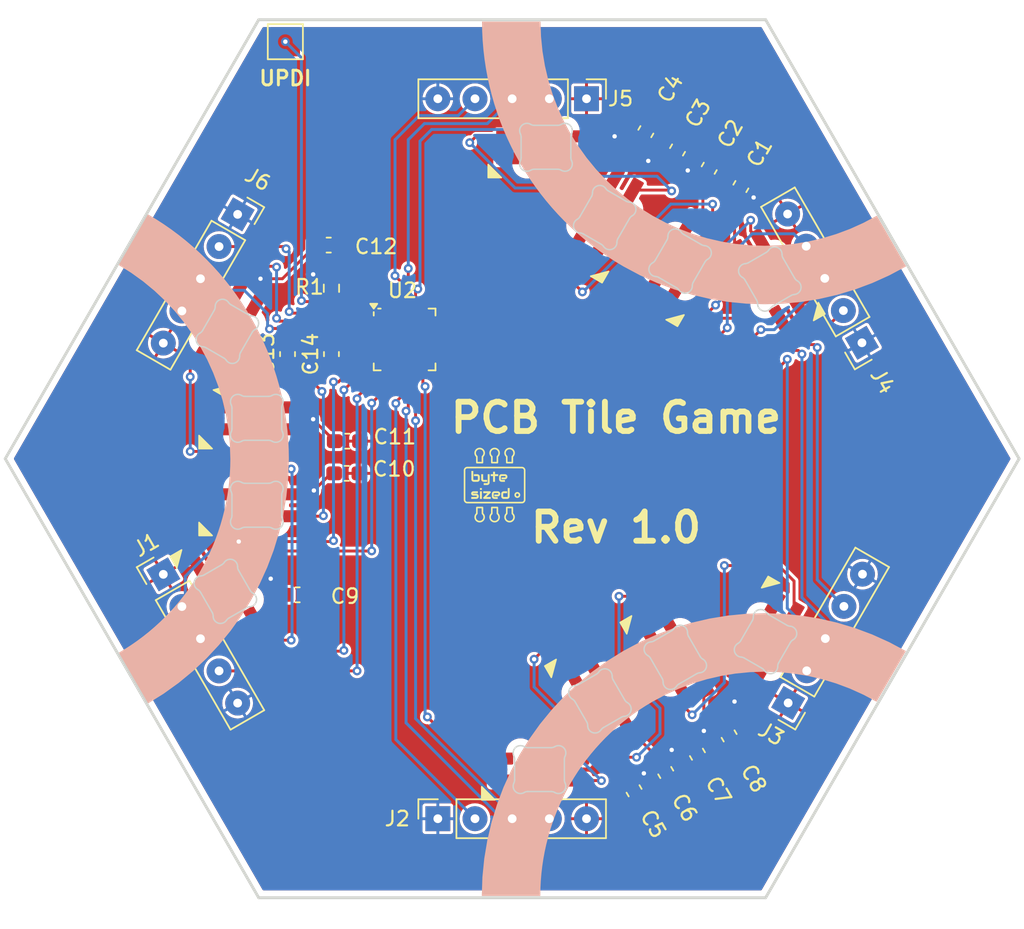
<source format=kicad_pcb>
(kicad_pcb (version 20240108) (generator "pcbnew") (generator_version "8.0")
  (title_block (title "PCB Tile Game") (rev "1.0"))
  (layers (0 "F.Cu" signal) (31 "B.Cu" signal) (34 "B.Paste" user) (35 "F.Paste" user) (36 "B.SilkS" user "B.Silkscreen") (37 "F.SilkS" user "F.Silkscreen") (38 "B.Mask" user) (39 "F.Mask" user) (44 "Edge.Cuts" user))
  (net 0 "")
  (net 1 "GND")
  (net 2 "VCC")
  (net 3 "Net-(LED1-DOUT)")
  (net 4 "Net-(LED2-DOUT)")
  (net 5 "Net-(LED3-DOUT)")
  (net 7 "Net-(LED5-DOUT)")
  (net 8 "Net-(LED6-DOUT)")
  (net 9 "/DATA_J1")
  (net 10 "/TX_J1")
  (net 11 "/RX_J1")
  (net 12 "/TX_J2")
  (net 13 "/DATA_J2")
  (net 14 "/RX_J2")
  (net 15 "/RX_J3")
  (net 16 "/DATA_J3")
  (net 17 "/TX_J3")
  (net 18 "/TX_J4")
  (net 19 "/RX_J4")
  (net 20 "/DATA_J4")
  (net 21 "/UPDI")
  (net 22 "/RX_J5")
  (net 23 "/TX_J5")
  (net 24 "/DATA_J5")
  (net 25 "Net-(LED7-DOUT)")
  (net 27 "Net-(LED10-DIN)")
  (net 28 "Net-(LED11-DOUT)")
  (net 29 "/DATA_J6")
  (net 30 "/RX_J6")
  (net 31 "/TX_J6")
  (net 32 "/LED_J1-J6")
  (net 33 "Net-(LED10-DOUT)")
  (net 35 "/LED_J4-J5")
  (net 36 "/LED_J2-J3")
  (footprint "Capacitor_SMD:C_0603_1608Metric_Pad1.08x0.95mm_HandSolder" (layer "F.Cu") (at 153.525063 60.15 -120)
    (property "Reference" "C2")
    (property "Value" "0.1uF")
  )
  (footprint "Capacitor_SMD:C_0603_1608Metric_Pad1.08x0.95mm_HandSolder" (layer "F.Cu") (at 128.7975 78.800001 180)
    (property "Reference" "C11")
    (property "Value" "0.1uF")
  )
  (footprint "Capacitor_SMD:C_0603_1608Metric_Pad1.08x0.95mm_HandSolder" (layer "F.Cu") (at 151.36 58.9 -120)
    (property "Reference" "C3")
    (property "Value" "0.1uF")
  )
  (footprint "ProjectLibrary:PinSocket_1x05_P2.54mm_Vertical" (layer "F.Cu") (at 134.98 104.6 90)
    (property "Reference" "J2")
    (property "Value" "Conn_01x05_Socket")
  )
  (footprint "Resistor_SMD:R_0603_1608Metric_Pad0.98x0.95mm_HandSolder" (layer "F.Cu") (at 127.71 68.35 -90)
    (property "Reference" "R1")
    (property "Value" "DNP")
  )
  (footprint "Capacitor_SMD:C_0603_1608Metric_Pad1.08x0.95mm_HandSolder" (layer "F.Cu") (at 154.886282 98.941674 120)
    (property "Reference" "C8")
    (property "Value" "0.1uF")
  )
  (footprint "Capacitor_SMD:C_0603_1608Metric_Pad1.08x0.95mm_HandSolder" (layer "F.Cu") (at 127.71 72.85 90)
    (property "Reference" "C14")
    (property "Value" "0.1uF")
  )
  (footprint "Capacitor_SMD:C_0603_1608Metric_Pad1.08x0.95mm_HandSolder" (layer "F.Cu") (at 150.556155 101.441674 120)
    (property "Reference" "C6")
    (property "Value" "0.1uF")
  )
  (footprint "ProjectLibrary:PinHeader_1x05_P2.54mm_Vertical" (layer "F.Cu") (at 158.92 96.689409 150)
    (property "Reference" "J3")
    (property "Value" "Conn_01x05_Pin")
  )
  (footprint "Capacitor_SMD:C_0603_1608Metric_Pad1.08x0.95mm_HandSolder" (layer "F.Cu") (at 127.5225 65.400001 180)
    (property "Reference" "C12")
    (property "Value" "0.1uF")
  )
  (footprint "Capacitor_SMD:C_0603_1608Metric_Pad1.08x0.95mm_HandSolder" (layer "F.Cu") (at 128.76 81 180)
    (property "Reference" "C10")
    (property "Value" "0.1uF")
  )
  (footprint "ProjectLibrary:PinSocket_1x05_P2.54mm_Vertical" (layer "F.Cu") (at 121.3 63.300591 -30)
    (property "Reference" "J6")
    (property "Value" "Conn_01x05_Socket")
  )
  (footprint "Capacitor_SMD:C_0603_1608Metric_Pad1.08x0.95mm_HandSolder" (layer "F.Cu") (at 148.391091 102.691674 120)
    (property "Reference" "C5")
    (property "Value" "0.1uF")
  )
  (footprint "Capacitor_SMD:C_0603_1608Metric_Pad1.08x0.95mm_HandSolder" (layer "F.Cu") (at 155.690127 61.4 -120)
    (property "Reference" "C1")
    (property "Value" "0.1uF")
  )
  (footprint "New Logo:byteSizedEngineeringLogo-6mm" (layer "F.Cu") (at 138.86 81.8)
    (property "Reference" "G***" (hide yes))
    (property "Value" "LOGO" (hide yes))
  )
  (footprint "ProjectLibrary:PinSocket_1x05_P2.54mm_Vertical" (layer "F.Cu") (at 163.963349 72.075928 -150)
    (property "Reference" "J4")
    (property "Value" "Conn_01x05_Socket")
  )
  (footprint "Capacitor_SMD:C_0603_1608Metric_Pad1.08x0.95mm_HandSolder" (layer "F.Cu") (at 152.721218 100.191674 120)
    (property "Reference" "C7")
    (property "Value" "0.1uF")
  )
  (footprint "ProjectLibrary:PinHeader_1x05_P2.54mm_Vertical" (layer "F.Cu") (at 116.22 87.900591 30)
    (property "Reference" "J1")
    (property "Value" "Conn_01x05_Pin")
  )
  (footprint "Capacitor_SMD:C_0603_1608Metric_Pad1.08x0.95mm_HandSolder" (layer "F.Cu") (at 149.194936 57.65 -120)
    (property "Reference" "C4")
    (property "Value" "0.1uF")
  )
  (footprint "ProjectLibrary:PinHeader_1x05_P2.54mm_Vertical" (layer "F.Cu") (at 145.14 55.4 -90)
    (property "Reference" "J5")
    (property "Value" "Conn_01x05_Pin")
  )
  (footprint "TestPoint:TestPoint_Pad_2.0x2.0mm" (layer "F.Cu") (at 124.56 51.5)
    (property "Reference" "TP1" (hide yes))
    (property "Value" "TestPoint")
  )
  (footprint "Package_DFN_QFN:QFN-24-1EP_4x4mm_P0.5mm_EP2.6x2.6mm" (layer "F.Cu") (at 132.71 71.85)
    (property "Reference" "U2")
    (property "Value" "ATtiny3217-M")
  )
  (footprint "Capacitor_SMD:C_0603_1608Metric_Pad1.08x0.95mm_HandSolder" (layer "F.Cu") (at 124.71 72.85 90)
    (property "Reference" "C13")
    (property "Value" "1uF")
  )
  (footprint "Capacitor_SMD:C_0603_1608Metric_Pad1.08x0.95mm_HandSolder" (layer "F.Cu") (at 125.3975 89.3 180)
    (property "Reference" "C9")
    (property "Value" "0.1uF")
  )
  (footprint "kicad-keyboard-parts:SK6812MINI-E" (layer "B.Cu") (at 151.287552 66.349292 -120)
    (property "Reference" "LED2" (hide yes))
    (property "Value" "SK6812MINI-E")
    (fp_line (start 0.794453 1.211903) (end -0.794452 1.211903) (stroke (width 0.1)) (layer "Edge.Cuts"))
    (fp_line (start 1.699999 -0.990938) (end 1.699999 0.414746) (stroke (width 0.1)) (layer "Edge.Cuts"))
    (fp_line (start -1.699999 0.414746) (end -1.699999 -0.990938) (stroke (width 0.1)) (layer "Edge.Cuts"))
    (fp_line (start -0.794453 -1.788096) (end 0.794452 -1.788097) (stroke (width 0.1)) (layer "Edge.Cuts"))
    (fp_arc (start 0.794453 1.211903) (mid 0.925123 1.22928) (end 1.046711 1.280202) (stroke (width 0.1)) (layer "Edge.Cuts"))
    (fp_arc (start 1.749484 0.631623) (mid 1.638071 1.215936) (end 1.046711 1.280202) (stroke (width 0.1)) (layer "Edge.Cuts"))
    (fp_arc (start 1.749484 0.631623) (mid 1.712509 0.525976) (end 1.699999 0.414747) (stroke (width 0.1)) (layer "Edge.Cuts"))
    (fp_arc (start -1.046711 1.280203) (mid -0.925123 1.229281) (end -0.794453 1.211904) (stroke (width 0.1)) (layer "Edge.Cuts"))
    (fp_arc (start -1.046711 1.280203) (mid -1.638071 1.215938) (end -1.749485 0.631624) (stroke (width 0.1)) (layer "Edge.Cuts"))
    (fp_arc (start 1.699999 -0.990938) (mid 1.712522 -1.102165) (end 1.749485 -1.207816) (stroke (width 0.1)) (layer "Edge.Cuts"))
    (fp_arc (start -1.699999 0.414746) (mid -1.712527 0.525972) (end -1.749485 0.631624) (stroke (width 0.1)) (layer "Edge.Cuts"))
    (fp_arc (start 1.046711 -1.856395) (mid 1.638071 -1.792133) (end 1.749484 -1.207815) (stroke (width 0.1)) (layer "Edge.Cuts"))
    (fp_arc (start 1.046711 -1.856395) (mid 0.925122 -1.805475) (end 0.794452 -1.788097) (stroke (width 0.1)) (layer "Edge.Cuts"))
    (fp_arc (start -1.749484 -1.207816) (mid -1.712527 -1.102164) (end -1.699999 -0.990939) (stroke (width 0.1)) (layer "Edge.Cuts"))
    (fp_arc (start -1.749484 -1.207816) (mid -1.638071 -1.79213) (end -1.046711 -1.856393) (stroke (width 0.1)) (layer "Edge.Cuts"))
    (fp_arc (start -0.794453 -1.788096) (mid -0.925123 -1.805473) (end -1.04671 -1.856395) (stroke (width 0.1)) (layer "Edge.Cuts"))
  )
  (footprint "kicad-keyboard-parts:SK6812MINI-E" (layer "B.Cu") (at 122.61 82.891904 180)
    (property "Reference" "LED10" (hide yes))
    (property "Value" "SK6812MINI-E")
    (fp_line (start 1.699999 -0.990938) (end 1.699999 0.414746) (stroke (width 0.1)) (layer "Edge.Cuts"))
    (fp_line (start 0.794453 1.211903) (end -0.794452 1.211903) (stroke (width 0.1)) (layer "Edge.Cuts"))
    (fp_line (start -0.794452 -1.788096) (end 0.794452 -1.788096) (stroke (width 0.1)) (layer "Edge.Cuts"))
    (fp_line (start -1.699999 0.414746) (end -1.699999 -0.990938) (stroke (width 0.1)) (layer "Edge.Cuts"))
    (fp_arc (start 1.749484 0.631624) (mid 1.712509 0.525977) (end 1.699999 0.414747) (stroke (width 0.1)) (layer "Edge.Cuts"))
    (fp_arc (start 1.749484 0.631624) (mid 1.63807 1.215936) (end 1.046711 1.280202) (stroke (width 0.1)) (layer "Edge.Cuts"))
    (fp_arc (start 1.699999 -0.990938) (mid 1.712519 -1.102166) (end 1.749484 -1.207816) (stroke (width 0.1)) (layer "Edge.Cuts"))
    (fp_arc (start 1.046711 -1.856395) (mid 1.638074 -1.79213) (end 1.749484 -1.207815) (stroke (width 0.1)) (layer "Edge.Cuts"))
    (fp_arc (start 1.046711 -1.856395) (mid 0.925123 -1.805473) (end 0.794452 -1.788096) (stroke (width 0.1)) (layer "Edge.Cuts"))
    (fp_arc (start 0.794453 1.211903) (mid 0.925123 1.22928) (end 1.046711 1.280202) (stroke (width 0.1)) (layer "Edge.Cuts"))
    (fp_arc (start -0.794452 -1.788096) (mid -0.925122 -1.805473) (end -1.04671 -1.856395) (stroke (width 0.1)) (layer "Edge.Cuts"))
    (fp_arc (start -1.046711 1.280203) (mid -0.925123 1.229281) (end -0.794453 1.211904) (stroke (width 0.1)) (layer "Edge.Cuts"))
    (fp_arc (start -1.046711 1.280203) (mid -1.638071 1.215939) (end -1.749484 0.631624) (stroke (width 0.1)) (layer "Edge.Cuts"))
    (fp_arc (start -1.699999 0.414746) (mid -1.712527 0.525972) (end -1.749484 0.631624) (stroke (width 0.1)) (layer "Edge.Cuts"))
    (fp_arc (start -1.749484 -1.207816) (mid -1.63807 -1.79213) (end -1.046711 -1.856393) (stroke (width 0.1)) (layer "Edge.Cuts"))
    (fp_arc (start -1.749484 -1.207816) (mid -1.712527 -1.102164) (end -1.699999 -0.990939) (stroke (width 0.1)) (layer "Edge.Cuts"))
  )
  (footprint "kicad-keyboard-parts:SK6812MINI-E" (layer "B.Cu") (at 157.623601 92.641419 60)
    (property "Reference" "LED8" (hide yes))
    (property "Value" "SK6812MINI-E")
    (fp_line (start -0.794453 -1.788096) (end 0.794452 -1.788094) (stroke (width 0.1)) (layer "Edge.Cuts"))
    (fp_line (start -1.7 0.414746) (end -1.699998 -0.990937) (stroke (width 0.1)) (layer "Edge.Cuts"))
    (fp_line (start 1.699998 -0.990939) (end 1.7 0.414746) (stroke (width 0.1)) (layer "Edge.Cuts"))
    (fp_line (start 0.794452 1.211902) (end -0.794452 1.211903) (stroke (width 0.1)) (layer "Edge.Cuts"))
    (fp_arc (start -0.794453 -1.788096) (mid -0.925122 -1.805474) (end -1.046709 -1.856394) (stroke (width 0.1)) (layer "Edge.Cuts"))
    (fp_arc (start -1.749485 -1.207816) (mid -1.638069 -1.792129) (end -1.046711 -1.856393) (stroke (width 0.1)) (layer "Edge.Cuts"))
    (fp_arc (start -1.749485 -1.207816) (mid -1.712526 -1.102165) (end -1.699999 -0.990939) (stroke (width 0.1)) (layer "Edge.Cuts"))
    (fp_arc (start 1.04671 -1.856396) (mid 0.925123 -1.805472) (end 0.794452 -1.788094) (stroke (width 0.1)) (layer "Edge.Cuts"))
    (fp_arc (start 1.04671 -1.856396) (mid 1.638071 -1.792134) (end 1.749484 -1.207815) (stroke (width 0.1)) (layer "Edge.Cuts"))
    (fp_arc (start -1.7 0.414746) (mid -1.712526 0.525972) (end -1.749484 0.631623) (stroke (width 0.1)) (layer "Edge.Cuts"))
    (fp_arc (start 1.699998 -0.990939) (mid 1.71252 -1.102166) (end 1.749484 -1.207817) (stroke (width 0.1)) (layer "Edge.Cuts"))
    (fp_arc (start -1.046711 1.280202) (mid -1.638072 1.215939) (end -1.749484 0.631623) (stroke (width 0.1)) (layer "Edge.Cuts"))
    (fp_arc (start -1.046711 1.280202) (mid -0.925123 1.229281) (end -0.794453 1.211904) (stroke (width 0.1)) (layer "Edge.Cuts"))
    (fp_arc (start 1.749486 0.631626) (mid 1.712533 0.525972) (end 1.699999 0.414747) (stroke (width 0.1)) (layer "Edge.Cuts"))
    (fp_arc (start 1.749486 0.631626) (mid 1.638071 1.215937) (end 1.046712 1.280204) (stroke (width 0.1)) (layer "Edge.Cuts"))
    (fp_arc (start 0.794452 1.211902) (mid 0.925124 1.229278) (end 1.046712 1.280204) (stroke (width 0.1)) (layer "Edge.Cuts"))
  )
  (footprint "kicad-keyboard-parts:SK6812MINI-E" (layer "B.Cu") (at 157.41755 67.866589 -60)
    (property "Reference" "LED1" (hide yes))
    (property "Value" "SK6812MINI-E")
    (fp_line (start -1.699999 0.414746) (end -1.699999 -0.990938) (stroke (width 0.1)) (layer "Edge.Cuts"))
    (fp_line (start 0.794453 1.211903) (end -0.794452 1.211903) (stroke (width 0.1)) (layer "Edge.Cuts"))
    (fp_line (start -0.794452 -1.788097) (end 0.794453 -1.788096) (stroke (width 0.1)) (layer "Edge.Cuts"))
    (fp_line (start 1.699999 -0.990938) (end 1.699999 0.414746) (stroke (width 0.1)) (layer "Edge.Cuts"))
    (fp_arc (start -1.046711 1.280203) (mid -0.925123 1.229281) (end -0.794453 1.211904) (stroke (width 0.1)) (layer "Edge.Cuts"))
    (fp_arc (start -1.046711 1.280203) (mid -1.638071 1.215938) (end -1.749484 0.631623) (stroke (width 0.1)) (layer "Edge.Cuts"))
    (fp_arc (start -1.699999 0.414746) (mid -1.712527 0.525971) (end -1.749484 0.631623) (stroke (width 0.1)) (layer "Edge.Cuts"))
    (fp_arc (start 0.794453 1.211903) (mid 0.925123 1.22928) (end 1.046711 1.280202) (stroke (width 0.1)) (layer "Edge.Cuts"))
    (fp_arc (start -1.749485 -1.207816) (mid -1.712527 -1.102164) (end -1.699999 -0.990939) (stroke (width 0.1)) (layer "Edge.Cuts"))
    (fp_arc (start -1.749485 -1.207816) (mid -1.63807 -1.792129) (end -1.046711 -1.856393) (stroke (width 0.1)) (layer "Edge.Cuts"))
    (fp_arc (start 1.749485 0.631624) (mid 1.63807 1.215937) (end 1.046711 1.280202) (stroke (width 0.1)) (layer "Edge.Cuts"))
    (fp_arc (start 1.749485 0.631624) (mid 1.71251 0.525976) (end 1.699999 0.414747) (stroke (width 0.1)) (layer "Edge.Cuts"))
    (fp_arc (start -0.794452 -1.788097) (mid -0.925122 -1.805474) (end -1.04671 -1.856395) (stroke (width 0.1)) (layer "Edge.Cuts"))
    (fp_arc (start 1.699999 -0.990938) (mid 1.712518 -1.102166) (end 1.749484 -1.207816) (stroke (width 0.1)) (layer "Edge.Cuts"))
    (fp_arc (start 1.046711 -1.856395) (mid 1.638074 -1.79213) (end 1.749484 -1.207815) (stroke (width 0.1)) (layer "Edge.Cuts"))
    (fp_arc (start 1.046711 -1.856395) (mid 0.925123 -1.805473) (end 0.794453 -1.788096) (stroke (width 0.1)) (layer "Edge.Cuts"))
  )
  (footprint "kicad-keyboard-parts:SK6812MINI-E" (layer "B.Cu") (at 146.1347 63.374292 -120)
    (property "Reference" "LED3" (hide yes))
    (property "Value" "SK6812MINI-E")
    (fp_line (start 0.794453 1.211903) (end -0.794452 1.211903) (stroke (width 0.1)) (layer "Edge.Cuts"))
    (fp_line (start 1.699999 -0.990938) (end 1.699999 0.414746) (stroke (width 0.1)) (layer "Edge.Cuts"))
    (fp_line (start -1.699999 0.414746) (end -1.699999 -0.990938) (stroke (width 0.1)) (layer "Edge.Cuts"))
    (fp_line (start -0.794453 -1.788096) (end 0.794452 -1.788097) (stroke (width 0.1)) (layer "Edge.Cuts"))
    (fp_arc (start 0.794453 1.211903) (mid 0.925123 1.22928) (end 1.046711 1.280202) (stroke (width 0.1)) (layer "Edge.Cuts"))
    (fp_arc (start 1.749484 0.631623) (mid 1.638071 1.215936) (end 1.046711 1.280202) (stroke (width 0.1)) (layer "Edge.Cuts"))
    (fp_arc (start 1.749484 0.631623) (mid 1.712509 0.525976) (end 1.699999 0.414747) (stroke (width 0.1)) (layer "Edge.Cuts"))
    (fp_arc (start -1.046711 1.280203) (mid -0.925123 1.229281) (end -0.794453 1.211904) (stroke (width 0.1)) (layer "Edge.Cuts"))
    (fp_arc (start -1.046711 1.280203) (mid -1.638071 1.215938) (end -1.749485 0.631624) (stroke (width 0.1)) (layer "Edge.Cuts"))
    (fp_arc (start 1.699999 -0.990938) (mid 1.712522 -1.102165) (end 1.749485 -1.207816) (stroke (width 0.1)) (layer "Edge.Cuts"))
    (fp_arc (start -1.699999 0.414746) (mid -1.712527 0.525972) (end -1.749485 0.631624) (stroke (width 0.1)) (layer "Edge.Cuts"))
    (fp_arc (start 1.046711 -1.856395) (mid 1.638071 -1.792133) (end 1.749484 -1.207815) (stroke (width 0.1)) (layer "Edge.Cuts"))
    (fp_arc (start 1.046711 -1.856395) (mid 0.925122 -1.805475) (end 0.794452 -1.788097) (stroke (width 0.1)) (layer "Edge.Cuts"))
    (fp_arc (start -1.749484 -1.207816) (mid -1.712527 -1.102164) (end -1.699999 -0.990939) (stroke (width 0.1)) (layer "Edge.Cuts"))
    (fp_arc (start -1.749484 -1.207816) (mid -1.638071 -1.79213) (end -1.046711 -1.856393) (stroke (width 0.1)) (layer "Edge.Cuts"))
    (fp_arc (start -0.794453 -1.788096) (mid -0.925123 -1.805473) (end -1.04671 -1.856395) (stroke (width 0.1)) (layer "Edge.Cuts"))
  )
  (footprint "kicad-keyboard-parts:SK6812MINI-E" (layer "B.Cu") (at 141.92715 100.954372 180)
    (property "Reference" "LED5" (hide yes))
    (property "Value" "SK6812MINI-E")
    (fp_line (start 1.699999 -0.990938) (end 1.699999 0.414746) (stroke (width 0.1)) (layer "Edge.Cuts"))
    (fp_line (start 0.794452 1.211902) (end -0.794452 1.211903) (stroke (width 0.1)) (layer "Edge.Cuts"))
    (fp_line (start -0.794453 -1.788096) (end 0.794453 -1.788096) (stroke (width 0.1)) (layer "Edge.Cuts"))
    (fp_line (start -1.7 0.414746) (end -1.699999 -0.990938) (stroke (width 0.1)) (layer "Edge.Cuts"))
    (fp_arc (start 1.749483 0.631624) (mid 1.712555 0.525966) (end 1.7 0.414748) (stroke (width 0.1)) (layer "Edge.Cuts"))
    (fp_arc (start 1.749483 0.631624) (mid 1.63807 1.215935) (end 1.046712 1.280202) (stroke (width 0.1)) (layer "Edge.Cuts"))
    (fp_arc (start 1.699999 -0.990938) (mid 1.712521 -1.102165) (end 1.749485 -1.207816) (stroke (width 0.1)) (layer "Edge.Cuts"))
    (fp_arc (start 1.046711 -1.856395) (mid 1.63807 -1.792132) (end 1.749484 -1.207815) (stroke (width 0.1)) (layer "Edge.Cuts"))
    (fp_arc (start 1.046711 -1.856395) (mid 0.925123 -1.805472) (end 0.794453 -1.788096) (stroke (width 0.1)) (layer "Edge.Cuts"))
    (fp_arc (start 0.794452 1.211902) (mid 0.925123 1.22928) (end 1.046712 1.280202) (stroke (width 0.1)) (layer "Edge.Cuts"))
    (fp_arc (start -0.794453 -1.788096) (mid -0.925123 -1.805473) (end -1.04671 -1.856395) (stroke (width 0.1)) (layer "Edge.Cuts"))
    (fp_arc (start -1.046712 1.280204) (mid -0.925124 1.229281) (end -0.794453 1.211904) (stroke (width 0.1)) (layer "Edge.Cuts"))
    (fp_arc (start -1.046712 1.280204) (mid -1.63807 1.215936) (end -1.749484 0.631623) (stroke (width 0.1)) (layer "Edge.Cuts"))
    (fp_arc (start -1.7 0.414746) (mid -1.712526 0.525972) (end -1.749484 0.631623) (stroke (width 0.1)) (layer "Edge.Cuts"))
    (fp_arc (start -1.749485 -1.207816) (mid -1.638071 -1.792129) (end -1.046712 -1.856392) (stroke (width 0.1)) (layer "Edge.Cuts"))
    (fp_arc (start -1.749485 -1.207816) (mid -1.712525 -1.102165) (end -1.699999 -0.990938) (stroke (width 0.1)) (layer "Edge.Cuts"))
  )
  (footprint "kicad-keyboard-parts:SK6812MINI-E" (layer "B.Cu") (at 120.350982 71.152618 -120)
    (property "Reference" "LED12" (hide yes))
    (property "Value" "SK6812MINI-E")
    (fp_line (start 0.794453 1.211903) (end -0.794452 1.211903) (stroke (width 0.1)) (layer "Edge.Cuts"))
    (fp_line (start 1.699999 -0.990938) (end 1.699999 0.414746) (stroke (width 0.1)) (layer "Edge.Cuts"))
    (fp_line (start -1.699999 0.414746) (end -1.699999 -0.990938) (stroke (width 0.1)) (layer "Edge.Cuts"))
    (fp_line (start -0.794453 -1.788096) (end 0.794452 -1.788097) (stroke (width 0.1)) (layer "Edge.Cuts"))
    (fp_arc (start 0.794453 1.211903) (mid 0.925123 1.22928) (end 1.046711 1.280202) (stroke (width 0.1)) (layer "Edge.Cuts"))
    (fp_arc (start 1.749484 0.631623) (mid 1.638071 1.215936) (end 1.046711 1.280202) (stroke (width 0.1)) (layer "Edge.Cuts"))
    (fp_arc (start 1.749484 0.631623) (mid 1.712509 0.525976) (end 1.699999 0.414747) (stroke (width 0.1)) (layer "Edge.Cuts"))
    (fp_arc (start -1.046711 1.280203) (mid -0.925123 1.229281) (end -0.794453 1.211904) (stroke (width 0.1)) (layer "Edge.Cuts"))
    (fp_arc (start -1.046711 1.280203) (mid -1.638071 1.215938) (end -1.749485 0.631624) (stroke (width 0.1)) (layer "Edge.Cuts"))
    (fp_arc (start 1.699999 -0.990938) (mid 1.712521 -1.102165) (end 1.749485 -1.207816) (stroke (width 0.1)) (layer "Edge.Cuts"))
    (fp_arc (start -1.699999 0.414746) (mid -1.712527 0.525972) (end -1.749485 0.631624) (stroke (width 0.1)) (layer "Edge.Cuts"))
    (fp_arc (start 1.046711 -1.856395) (mid 1.638071 -1.792133) (end 1.749484 -1.207815) (stroke (width 0.1)) (layer "Edge.Cuts"))
    (fp_arc (start 1.046711 -1.856395) (mid 0.925122 -1.805475) (end 0.794452 -1.788097) (stroke (width 0.1)) (layer "Edge.Cuts"))
    (fp_arc (start -1.749484 -1.207816) (mid -1.712527 -1.102164) (end -1.699999 -0.990939) (stroke (width 0.1)) (layer "Edge.Cuts"))
    (fp_arc (start -1.749484 -1.207816) (mid -1.638071 -1.79213) (end -1.046711 -1.856393) (stroke (width 0.1)) (layer "Edge.Cuts"))
    (fp_arc (start -0.794453 -1.788096) (mid -0.925123 -1.805473) (end -1.04671 -1.856395) (stroke (width 0.1)) (layer "Edge.Cuts"))
  )
  (footprint "kicad-keyboard-parts:SK6812MINI-E" (layer "B.Cu") (at 146.306166 96.404286 120)
    (property "Reference" "LED6" (hide yes))
    (property "Value" "SK6812MINI-E")
    (fp_line (start 1.699999 -0.990938) (end 1.699999 0.414746) (stroke (width 0.1)) (layer "Edge.Cuts"))
    (fp_line (start -0.794452 -1.788097) (end 0.794453 -1.788096) (stroke (width 0.1)) (layer "Edge.Cuts"))
    (fp_line (start 0.794453 1.211903) (end -0.794452 1.211903) (stroke (width 0.1)) (layer "Edge.Cuts"))
    (fp_line (start -1.699999 0.414746) (end -1.699999 -0.990938) (stroke (width 0.1)) (layer "Edge.Cuts"))
    (fp_arc (start 1.046711 -1.856395) (mid 0.925123 -1.805473) (end 0.794453 -1.788096) (stroke (width 0.1)) (layer "Edge.Cuts"))
    (fp_arc (start 1.046711 -1.856395) (mid 1.638074 -1.79213) (end 1.749484 -1.207815) (stroke (width 0.1)) (layer "Edge.Cuts"))
    (fp_arc (start 1.699999 -0.990938) (mid 1.712518 -1.102166) (end 1.749484 -1.207816) (stroke (width 0.1)) (layer "Edge.Cuts"))
    (fp_arc (start -0.794452 -1.788097) (mid -0.925122 -1.805474) (end -1.04671 -1.856395) (stroke (width 0.1)) (layer "Edge.Cuts"))
    (fp_arc (start 1.749485 0.631624) (mid 1.71251 0.525976) (end 1.699999 0.414747) (stroke (width 0.1)) (layer "Edge.Cuts"))
    (fp_arc (start 1.749485 0.631624) (mid 1.63807 1.215937) (end 1.046711 1.280202) (stroke (width 0.1)) (layer "Edge.Cuts"))
    (fp_arc (start -1.749485 -1.207816) (mid -1.63807 -1.792129) (end -1.046711 -1.856393) (stroke (width 0.1)) (layer "Edge.Cuts"))
    (fp_arc (start -1.749485 -1.207816) (mid -1.712527 -1.102164) (end -1.699999 -0.990939) (stroke (width 0.1)) (layer "Edge.Cuts"))
    (fp_arc (start 0.794453 1.211903) (mid 0.925123 1.22928) (end 1.046711 1.280202) (stroke (width 0.1)) (layer "Edge.Cuts"))
    (fp_arc (start -1.699999 0.414746) (mid -1.712527 0.525971) (end -1.749484 0.631623) (stroke (width 0.1)) (layer "Edge.Cuts"))
    (fp_arc (start -1.046711 1.280203) (mid -1.638071 1.215938) (end -1.749484 0.631623) (stroke (width 0.1)) (layer "Edge.Cuts"))
    (fp_arc (start -1.046711 1.280203) (mid -0.925123 1.229281) (end -0.794453 1.211904) (stroke (width 0.1)) (layer "Edge.Cuts"))
  )
  (footprint "kicad-keyboard-parts:SK6812MINI-E" (layer "B.Cu") (at 120.709979 88.919286 120)
    (property "Reference" "LED9" (hide yes))
    (property "Value" "SK6812MINI-E")
    (fp_line (start 1.699999 -0.990938) (end 1.699999 0.414746) (stroke (width 0.1)) (layer "Edge.Cuts"))
    (fp_line (start -0.794453 -1.788096) (end 0.794452 -1.788097) (stroke (width 0.1)) (layer "Edge.Cuts"))
    (fp_line (start 0.794453 1.211903) (end -0.794452 1.211903) (stroke (width 0.1)) (layer "Edge.Cuts"))
    (fp_line (start -1.699999 0.414746) (end -1.699999 -0.990938) (stroke (width 0.1)) (layer "Edge.Cuts"))
    (fp_arc (start 1.046711 -1.856395) (mid 0.925123 -1.805471) (end 0.794452 -1.788097) (stroke (width 0.1)) (layer "Edge.Cuts"))
    (fp_arc (start 1.046711 -1.856395) (mid 1.638074 -1.79213) (end 1.749484 -1.207815) (stroke (width 0.1)) (layer "Edge.Cuts"))
    (fp_arc (start 1.699999 -0.990938) (mid 1.712521 -1.102166) (end 1.749485 -1.207816) (stroke (width 0.1)) (layer "Edge.Cuts"))
    (fp_arc (start -0.794453 -1.788096) (mid -0.925123 -1.805473) (end -1.04671 -1.856395) (stroke (width 0.1)) (layer "Edge.Cuts"))
    (fp_arc (start 1.749484 0.631623) (mid 1.712509 0.525976) (end 1.699999 0.414747) (stroke (width 0.1)) (layer "Edge.Cuts"))
    (fp_arc (start 1.749484 0.631623) (mid 1.63807 1.215937) (end 1.046711 1.280202) (stroke (width 0.1)) (layer "Edge.Cuts"))
    (fp_arc (start -1.749485 -1.207816) (mid -1.63807 -1.792129) (end -1.046711 -1.856393) (stroke (width 0.1)) (layer "Edge.Cuts"))
    (fp_arc (start -1.749485 -1.207816) (mid -1.712527 -1.102164) (end -1.699999 -0.990939) (stroke (width 0.1)) (layer "Edge.Cuts"))
    (fp_arc (start 0.794453 1.211903) (mid 0.925123 1.22928) (end 1.046711 1.280202) (stroke (width 0.1)) (layer "Edge.Cuts"))
    (fp_arc (start -1.699999 0.414746) (mid -1.712525 0.525972) (end -1.749485 0.631624) (stroke (width 0.1)) (layer "Edge.Cuts"))
    (fp_arc (start -1.046711 1.280203) (mid -1.638072 1.215939) (end -1.749485 0.631624) (stroke (width 0.1)) (layer "Edge.Cuts"))
    (fp_arc (start -1.046711 1.280203) (mid -0.925123 1.229281) (end -0.794453 1.211904) (stroke (width 0.1)) (layer "Edge.Cuts"))
  )
  (footprint "kicad-keyboard-parts:SK6812MINI-E" (layer "B.Cu") (at 142.370096 58.42954 180)
    (property "Reference" "LED4" (hide yes))
    (property "Value" "SK6812MINI-E")
    (fp_line (start 1.699999 -0.990938) (end 1.699999 0.414746) (stroke (width 0.1)) (layer "Edge.Cuts"))
    (fp_line (start 0.794453 1.211903) (end -0.794452 1.211903) (stroke (width 0.1)) (layer "Edge.Cuts"))
    (fp_line (start -0.794452 -1.788096) (end 0.794452 -1.788096) (stroke (width 0.1)) (layer "Edge.Cuts"))
    (fp_line (start -1.699999 0.414746) (end -1.699999 -0.990938) (stroke (width 0.1)) (layer "Edge.Cuts"))
    (fp_arc (start 1.749484 0.631624) (mid 1.712509 0.525977) (end 1.699999 0.414747) (stroke (width 0.1)) (layer "Edge.Cuts"))
    (fp_arc (start 1.749484 0.631624) (mid 1.63807 1.215936) (end 1.046711 1.280202) (stroke (width 0.1)) (layer "Edge.Cuts"))
    (fp_arc (start 1.699999 -0.990938) (mid 1.712519 -1.102166) (end 1.749484 -1.207816) (stroke (width 0.1)) (layer "Edge.Cuts"))
    (fp_arc (start 1.046711 -1.856395) (mid 1.638074 -1.79213) (end 1.749484 -1.207815) (stroke (width 0.1)) (layer "Edge.Cuts"))
    (fp_arc (start 1.046711 -1.856395) (mid 0.925123 -1.805473) (end 0.794452 -1.788096) (stroke (width 0.1)) (layer "Edge.Cuts"))
    (fp_arc (start 0.794453 1.211903) (mid 0.925123 1.22928) (end 1.046711 1.280202) (stroke (width 0.1)) (layer "Edge.Cuts"))
    (fp_arc (start -0.794452 -1.788096) (mid -0.925122 -1.805473) (end -1.04671 -1.856395) (stroke (width 0.1)) (layer "Edge.Cuts"))
    (fp_arc (start -1.046711 1.280203) (mid -0.925123 1.229281) (end -0.794453 1.211904) (stroke (width 0.1)) (layer "Edge.Cuts"))
    (fp_arc (start -1.046711 1.280203) (mid -1.638071 1.215939) (end -1.749484 0.631624) (stroke (width 0.1)) (layer "Edge.Cuts"))
    (fp_arc (start -1.699999 0.414746) (mid -1.712527 0.525972) (end -1.749484 0.631624) (stroke (width 0.1)) (layer "Edge.Cuts"))
    (fp_arc (start -1.749484 -1.207816) (mid -1.63807 -1.79213) (end -1.046711 -1.856393) (stroke (width 0.1)) (layer "Edge.Cuts"))
    (fp_arc (start -1.749484 -1.207816) (mid -1.712527 -1.102164) (end -1.699999 -0.990939) (stroke (width 0.1)) (layer "Edge.Cuts"))
  )
  (footprint "kicad-keyboard-parts:SK6812MINI-E" (layer "B.Cu") (at 151.459018 93.429286 120)
    (property "Reference" "LED7" (hide yes))
    (property "Value" "SK6812MINI-E")
    (fp_line (start 1.699999 -0.990938) (end 1.699999 0.414746) (stroke (width 0.1)) (layer "Edge.Cuts"))
    (fp_line (start -0.794452 -1.788097) (end 0.794453 -1.788096) (stroke (width 0.1)) (layer "Edge.Cuts"))
    (fp_line (start 0.794453 1.211903) (end -0.794452 1.211903) (stroke (width 0.1)) (layer "Edge.Cuts"))
    (fp_line (start -1.699999 0.414746) (end -1.699999 -0.990938) (stroke (width 0.1)) (layer "Edge.Cuts"))
    (fp_arc (start 1.046711 -1.856395) (mid 0.925123 -1.805473) (end 0.794453 -1.788096) (stroke (width 0.1)) (layer "Edge.Cuts"))
    (fp_arc (start 1.046711 -1.856395) (mid 1.638074 -1.79213) (end 1.749484 -1.207815) (stroke (width 0.1)) (layer "Edge.Cuts"))
    (fp_arc (start 1.699999 -0.990938) (mid 1.712518 -1.102166) (end 1.749484 -1.207816) (stroke (width 0.1)) (layer "Edge.Cuts"))
    (fp_arc (start -0.794452 -1.788097) (mid -0.925122 -1.805474) (end -1.04671 -1.856395) (stroke (width 0.1)) (layer "Edge.Cuts"))
    (fp_arc (start 1.749485 0.631624) (mid 1.71251 0.525976) (end 1.699999 0.414747) (stroke (width 0.1)) (layer "Edge.Cuts"))
    (fp_arc (start 1.749485 0.631624) (mid 1.63807 1.215937) (end 1.046711 1.280202) (stroke (width 0.1)) (layer "Edge.Cuts"))
    (fp_arc (start -1.749485 -1.207816) (mid -1.63807 -1.792129) (end -1.046711 -1.856393) (stroke (width 0.1)) (layer "Edge.Cuts"))
    (fp_arc (start -1.749485 -1.207816) (mid -1.712527 -1.102164) (end -1.699999 -0.990939) (stroke (width 0.1)) (layer "Edge.Cuts"))
    (fp_arc (start 0.794453 1.211903) (mid 0.925123 1.22928) (end 1.046711 1.280202) (stroke (width 0.1)) (layer "Edge.Cuts"))
    (fp_arc (start -1.699999 0.414746) (mid -1.712527 0.525971) (end -1.749484 0.631623) (stroke (width 0.1)) (layer "Edge.Cuts"))
    (fp_arc (start -1.046711 1.280203) (mid -1.638071 1.215938) (end -1.749484 0.631623) (stroke (width 0.1)) (layer "Edge.Cuts"))
    (fp_arc (start -1.046711 1.280203) (mid -0.925123 1.229281) (end -0.794453 1.211904) (stroke (width 0.1)) (layer "Edge.Cuts"))
  )
  (footprint "kicad-keyboard-parts:SK6812MINI-E" (layer "B.Cu") (at 122.61 76.951904 180)
    (property "Reference" "LED11" (hide yes))
    (property "Value" "SK6812MINI-E")
    (fp_line (start 1.699999 -0.990938) (end 1.699999 0.414746) (stroke (width 0.1)) (layer "Edge.Cuts"))
    (fp_line (start 0.794453 1.211903) (end -0.794452 1.211903) (stroke (width 0.1)) (layer "Edge.Cuts"))
    (fp_line (start -0.794452 -1.788096) (end 0.794452 -1.788096) (stroke (width 0.1)) (layer "Edge.Cuts"))
    (fp_line (start -1.699999 0.414746) (end -1.699999 -0.990938) (stroke (width 0.1)) (layer "Edge.Cuts"))
    (fp_arc (start 1.749484 0.631624) (mid 1.712509 0.525977) (end 1.699999 0.414747) (stroke (width 0.1)) (layer "Edge.Cuts"))
    (fp_arc (start 1.749484 0.631624) (mid 1.63807 1.215936) (end 1.046711 1.280202) (stroke (width 0.1)) (layer "Edge.Cuts"))
    (fp_arc (start 1.699999 -0.990938) (mid 1.712519 -1.102166) (end 1.749484 -1.207816) (stroke (width 0.1)) (layer "Edge.Cuts"))
    (fp_arc (start 1.046711 -1.856395) (mid 1.638074 -1.79213) (end 1.749484 -1.207815) (stroke (width 0.1)) (layer "Edge.Cuts"))
    (fp_arc (start 1.046711 -1.856395) (mid 0.925123 -1.805473) (end 0.794452 -1.788096) (stroke (width 0.1)) (layer "Edge.Cuts"))
    (fp_arc (start 0.794453 1.211903) (mid 0.925123 1.22928) (end 1.046711 1.280202) (stroke (width 0.1)) (layer "Edge.Cuts"))
    (fp_arc (start -0.794452 -1.788096) (mid -0.925122 -1.805473) (end -1.04671 -1.856395) (stroke (width 0.1)) (layer "Edge.Cuts"))
    (fp_arc (start -1.046711 1.280203) (mid -0.925123 1.229281) (end -0.794453 1.211904) (stroke (width 0.1)) (layer "Edge.Cuts"))
    (fp_arc (start -1.046711 1.280203) (mid -1.638071 1.215939) (end -1.749484 0.631624) (stroke (width 0.1)) (layer "Edge.Cuts"))
    (fp_arc (start -1.699999 0.414746) (mid -1.712527 0.525972) (end -1.749484 0.631624) (stroke (width 0.1)) (layer "Edge.Cuts"))
    (fp_arc (start -1.749484 -1.207816) (mid -1.63807 -1.79213) (end -1.046711 -1.856393) (stroke (width 0.1)) (layer "Edge.Cuts"))
    (fp_arc (start -1.749484 -1.207816) (mid -1.712527 -1.102164) (end -1.699999 -0.990939) (stroke (width 0.1)) (layer "Edge.Cuts"))
  )
  (gr_poly (pts (xy 166.963401 93.142455) (xy 166.963367 93.142438) (xy 166.963401 93.142379)) (stroke (width -0.000001)) (fill solid) (layer "B.SilkS"))
  (gr_poly (pts (xy 142.032342 51.146987) (xy 142.133034 52.155709) (xy 142.2989 53.148963) (xy 142.528341 54.123978) (xy 142.819757 55.077985) (xy 143.171549 56.008213) (xy 143.582119 56.911892) (xy 144.049868 57.786252) (xy 144.573196 58.628523) (xy 145.150504 59.435936) (xy 145.780195 60.205719) (xy 146.460667 60.935103) (xy 147.190324 61.621319) (xy 147.967565 62.261595) (xy 148.790791 62.853162) (xy 149.658405 63.39325) (xy 150.559941 63.874584) (xy 151.483867 64.291738) (xy 152.426983 64.644711) (xy 153.386091 64.933505) (xy 154.357993 65.158119) (xy 155.33949 65.318555) (xy 156.327384 65.414811) (xy 157.318476 65.44689) (xy 158.309569 65.41479) (xy 159.297463 65.318513) (xy 160.278959 65.158058) (xy 161.250861 64.933427) (xy 162.209969 64.64462) (xy 163.153084 64.291637) (xy 164.077009 63.874477) (xy 164.978545 63.393143) (xy 166.979186 66.85762) (xy 165.843222 67.463989) (xy 164.678625 67.989504) (xy 163.489484 68.434164) (xy 162.27989 68.797971) (xy 161.053935 69.080925) (xy 159.815708 69.283027) (xy 158.569299 69.404278) (xy 157.3188 69.444679) (xy 156.068301 69.40423) (xy 154.821893 69.282932) (xy 153.583665 69.080786) (xy 152.357709 68.797792) (xy 151.148114 68.433952) (xy 149.958972 67.989266) (xy 148.794374 67.463736) (xy 147.658408 66.85736) (xy 147.105021 66.525443) (xy 146.565311 66.176784) (xy 146.039533 65.811825) (xy 145.527943 65.431008) (xy 145.030797 65.034776) (xy 144.548348 64.623572) (xy 144.080852 64.197838) (xy 143.628564 63.758015) (xy 143.19174 63.304547) (xy 142.770635 62.837877) (xy 142.365503 62.358445) (xy 141.976599 61.866696) (xy 141.60418 61.36307) (xy 141.2485 60.848011) (xy 140.909814 60.321961) (xy 140.588377 59.785363) (xy 140.284445 59.238658) (xy 139.998272 58.68229) (xy 139.730114 58.1167) (xy 139.480225 57.542331) (xy 139.248862 56.959625) (xy 139.036279 56.369026) (xy 138.842731 55.770974) (xy 138.668473 55.165913) (xy 138.513761 54.554285) (xy 138.378849 53.936533) (xy 138.263993 53.313098) (xy 138.169448 52.684424) (xy 138.095469 52.050952) (xy 138.042311 51.413125) (xy 138.010229 50.771386) (xy 137.999479 50.126176) (xy 137.999475 50.126176) (xy 141.998422 50.125566)) (stroke (width -0.000001)) (fill solid) (layer "B.SilkS"))
  (gr_poly (pts (xy 115.69421 63.613181) (xy 116.233931 63.961834) (xy 116.759726 64.326784) (xy 117.271338 64.707587) (xy 117.768513 65.103802) (xy 118.250995 65.514988) (xy 118.718528 65.9407) (xy 119.170856 66.380499) (xy 119.607725 66.83394) (xy 120.028878 67.300583) (xy 120.43406 67.779985) (xy 120.823016 68.271704) (xy 121.195489 68.775297) (xy 121.551225 69.290323) (xy 121.889968 69.81634) (xy 122.211461 70.352905) (xy 122.51545 70.899576) (xy 122.801679 71.455911) (xy 123.069893 72.021468) (xy 123.319835 72.595805) (xy 123.551251 73.17848) (xy 123.763884 73.76905) (xy 123.95748 74.367074) (xy 124.131782 74.972108) (xy 124.286535 75.583712) (xy 124.421483 76.201443) (xy 124.536372 76.824858) (xy 124.630944 77.453517) (xy 124.704946 78.086975) (xy 124.75812 78.724793) (xy 124.790212 79.366526) (xy 124.800966 80.011733) (xy 124.75812 81.298694) (xy 124.630944 82.57003) (xy 124.421483 83.822199) (xy 124.131782 85.051657) (xy 123.763884 86.254863) (xy 123.319835 87.428273) (xy 122.801679 88.568344) (xy 122.211461 89.671533) (xy 121.551225 90.734298) (xy 120.823016 91.753095) (xy 120.028878 92.724381) (xy 119.170856 93.644614) (xy 118.250995 94.510251) (xy 117.271338 95.317749) (xy 116.233931 96.063565) (xy 115.140819 96.744155) (xy 115.140817 96.74414) (xy 113.140815 93.279296) (xy 113.580071 93.015862) (xy 114.008432 92.739212) (xy 114.425696 92.449693) (xy 114.831665 92.14765) (xy 115.226138 91.833431) (xy 115.608915 91.507381) (xy 115.979797 91.169846) (xy 116.338583 90.821173) (xy 116.685074 90.461708) (xy 117.019069 90.091797) (xy 117.340369 89.711787) (xy 117.648774 89.322023) (xy 117.944084 88.922852) (xy 118.226098 88.51462) (xy 118.494617 88.097674) (xy 118.749442 87.672359) (xy 118.990371 87.239022) (xy 119.217206 86.798009) (xy 119.429745 86.349666) (xy 119.627791 85.894339) (xy 119.811141 85.432375) (xy 119.979597 84.964121) (xy 120.132958 84.489921) (xy 120.271025 84.010123) (xy 120.393597 83.525072) (xy 120.500475 83.035115) (xy 120.591459 82.540598) (xy 120.666349 82.041868) (xy 120.724944 81.53927) (xy 120.767046 81.033151) (xy 120.792453 80.523856) (xy 120.800967 80.011733) (xy 120.767046 78.990313) (xy 120.666349 77.981594) (xy 120.500475 76.988345) (xy 120.271025 76.013335) (xy 119.979597 75.059336) (xy 119.627791 74.129116) (xy 119.217206 73.225446) (xy 118.749442 72.351095) (xy 118.226099 71.508833) (xy 117.648775 70.701429) (xy 117.01907 69.931655) (xy 116.338584 69.202279) (xy 115.608916 68.516071) (xy 114.831666 67.875801) (xy 114.008433 67.284239) (xy 113.140816 66.744155) (xy 115.140819 63.281266)) (stroke (width -0.000001)) (fill solid) (layer "B.SilkS"))
  (gr_poly (pts (xy 158.553512 90.595803) (xy 159.799921 90.717053) (xy 161.038148 90.919154) (xy 162.264104 91.202107) (xy 163.473697 91.565913) (xy 164.662838 92.010572) (xy 165.827436 92.536086) (xy 166.963367 93.142438) (xy 164.96276 96.606857) (xy 164.061224 96.12552) (xy 163.137299 95.708359) (xy 162.194184 95.355375) (xy 161.235076 95.066568) (xy 160.263174 94.841937) (xy 159.281677 94.681484) (xy 158.293784 94.585208) (xy 157.302692 94.55311) (xy 156.3116 94.585189) (xy 155.323706 94.681447) (xy 154.342209 94.841883) (xy 153.370308 95.066498) (xy 152.4112 95.355292) (xy 151.468084 95.708265) (xy 150.544159 96.125418) (xy 149.642623 96.60675) (xy 149.203368 96.870186) (xy 148.775009 97.146838) (xy 148.357748 97.436359) (xy 147.951782 97.738404) (xy 147.557313 98.052626) (xy 147.174541 98.37868) (xy 146.803665 98.716218) (xy 146.444884 99.064894) (xy 146.0984 99.424363) (xy 145.764411 99.794278) (xy 145.443119 100.174292) (xy 145.134721 100.56406) (xy 144.839419 100.963236) (xy 144.557413 101.371472) (xy 144.288901 101.788423) (xy 144.034085 102.213743) (xy 143.793163 102.647084) (xy 143.566336 103.088102) (xy 143.353804 103.53645) (xy 143.155767 103.991781) (xy 142.972423 104.453749) (xy 142.803974 104.922009) (xy 142.65062 105.396213) (xy 142.512559 105.876016) (xy 142.389992 106.361071) (xy 142.283118 106.851032) (xy 142.192139 107.345553) (xy 142.117253 107.844287) (xy 142.05866 108.346889) (xy 142.01656 108.853011) (xy 141.991154 109.362309) (xy 141.98264 109.874435) (xy 137.98369 109.873901) (xy 138.026522 108.586955) (xy 138.153659 107.315658) (xy 138.36306 106.063551) (xy 138.652683 104.834172) (xy 139.020489 103.631061) (xy 139.464436 102.457757) (xy 139.982482 101.317799) (xy 140.572587 100.214727) (xy 141.23271 99.152079) (xy 141.96081 98.133395) (xy 142.754845 97.162214) (xy 143.612775 96.242076) (xy 144.532559 95.376519) (xy 145.512156 94.569083) (xy 146.549524 93.823307) (xy 147.642623 93.14273) (xy 148.778588 92.536355) (xy 149.943187 92.010823) (xy 151.132329 91.566137) (xy 152.341923 91.202296) (xy 153.567879 90.919301) (xy 154.806106 90.717154) (xy 156.052515 90.595855) (xy 157.303014 90.555404)) (stroke (width -0.000001)) (fill solid) (layer "B.SilkS"))
  (gr_line (start 122.739492 110) (end 157.380508 110) (stroke (width 0.2)) (layer "Edge.Cuts"))
  (gr_line (start 157.380508 110) (end 174.701016 80) (stroke (width 0.2)) (layer "Edge.Cuts"))
  (gr_line (start 174.701016 80) (end 157.380508 50) (stroke (width 0.2)) (layer "Edge.Cuts"))
  (gr_line (start 122.739492 50) (end 105.418984 80) (stroke (width 0.2)) (layer "Edge.Cuts"))
  (gr_line (start 105.418984 80) (end 122.739492 110) (stroke (width 0.2)) (layer "Edge.Cuts"))
  (gr_line (start 157.380508 50) (end 122.739492 50) (stroke (width 0.2)) (layer "Edge.Cuts"))
  (gr_text "Rev ${REVISION}" (at 147.16 84.7 0) (layer "F.SilkS") (effects (font (size 2 2) (thickness 0.4) (bold yes))))
  (gr_text "UPDI" (at 124.56 54 0) (layer "F.SilkS") (effects (font (size 1 1) (thickness 0.2))))
  (gr_text "${TITLE}" (at 147.16 77.2 0) (layer "F.SilkS") (effects (font (size 2 2) (thickness 0.4) (bold yes))))
  (segment (start 128.0975 71.6) (end 127.71 71.9875) (width 0.2) (layer "F.Cu") (net 1))
  (segment (start 127.71 71.9875) (end 124.71 71.9875) (width 0.2) (layer "F.Cu") (net 1))
  (segment (start 127.71 71.9875) (end 128.7725 71.9875) (width 0.2) (layer "F.Cu") (net 1))
  (segment (start 129.46 71.6) (end 129.16 71.6) (width 0.2) (layer "F.Cu") (net 1))
  (segment (start 129.16 71.6) (end 128.86 71.9) (width 0.2) (layer "F.Cu") (net 1))
  (segment (start 130.7725 71.6) (end 129.46 71.6) (width 0.2) (layer "F.Cu") (net 1))
  (segment (start 128.7725 71.9875) (end 128.86 71.9) (width 0.2) (layer "F.Cu") (net 1))
  (segment (start 122.220961 67.7) (end 122.86 67.7) (width 0.2) (layer "F.Cu") (net 2))
  (segment (start 124.535 89.175) (end 123.56 88.2) (width 0.2) (layer "F.Cu") (net 2))
  (segment (start 148.334375 57.967636) (end 148.763686 58.396947) (width 0.2) (layer "F.Cu") (net 2))
  (segment (start 150.165273 100.694727) (end 150.96 99.9) (width 0.2) (layer "F.Cu") (net 2))
  (segment (start 155.258877 62.146947) (end 155.258877 65.387223) (width 0.2) (layer "F.Cu") (net 2))
  (segment (start 127.681285 81) (end 126.51 82.171285) (width 0.2) (layer "F.Cu") (net 2))
  (segment (start 153.159039 98.575656) (end 153.159039 95.45) (width 0.2) (layer "F.Cu") (net 2))
  (segment (start 153.093813 60.896947) (end 153.093813 62.960392) (width 0.2) (layer "F.Cu") (net 2))
  (segment (start 121.250961 68.67) (end 122.220961 67.7) (width 0.2) (layer "F.Cu") (net 2))
  (segment (start 124.36 67.7) (end 122.86 67.7) (width 0.2) (layer "F.Cu") (net 2))
  (segment (start 127.935 78.800002) (end 126.46 77.325002) (width 0.2) (layer "F.Cu") (net 2))
  (segment (start 150.124905 100.543718) (end 150.124905 100.694727) (width 0.2) (layer "F.Cu") (net 2))
  (segment (start 147.06 57.967636) (end 148.334375 57.967636) (width 0.2) (layer "F.Cu") (net 2))
  (segment (start 126.46 77.325002) (end 126.46 77.3) (width 0.2) (layer "F.Cu") (net 2))
  (segment (start 127.71 67.4375) (end 126.4975 67.4375) (width 0.2) (layer "F.Cu") (net 2))
  (segment (start 152.289968 99.444727) (end 153.134695 98.6) (width 0.2) (layer "F.Cu") (net 2))
  (segment (start 125.65 76.49) (end 126.46 77.3) (width 0.2) (layer "F.Cu") (net 2))
  (segment (start 153.16 98.574695) (end 153.159039 98.575656) (width 0.2) (layer "F.Cu") (net 2))
  (segment (start 122.41 90.94) (end 122.895 90.94) (width 0.2) (layer "F.Cu") (net 2))
  (segment (start 155.25383 96.593829) (end 156.723621 95.124038) (width 0.2) (layer "F.Cu") (net 2))
  (segment (start 153.134695 98.6) (end 153.16 98.6) (width 0.2) (layer "F.Cu") (net 2))
  (segment (start 155.253829 96.59383) (end 155.253829 96.593829) (width 0.2) (layer "F.Cu") (net 2))
  (segment (start 127.16 73.7125) (end 126.16 73.7125) (width 0.2) (layer "F.Cu") (net 2))
  (segment (start 124.71 73.7125) (end 126.16 73.7125) (width 0.2) (layer "F.Cu") (net 2))
  (segment (start 154.455032 97.392627) (end 155.253829 96.59383) (width 0.2) (layer "F.Cu") (net 2))
  (segment (start 126.66 65.4) (end 124.36 67.7) (width 0.2) (layer "F.Cu") (net 2))
  (segment (start 154.455032 98.194727) (end 154.455032 97.392627) (width 0.2) (layer "F.Cu") (net 2))
  (segment (start 122.895 90.94) (end 124.535 89.3) (width 0.2) (layer "F.Cu") (net 2))
  (segment (start 155.258877 62.146947) (end 156.56 62.146947) (width 0.2) (layer "F.Cu") (net 2))
  (segment (start 148.279406 59.646947) (end 149.36 59.646947) (width 0.2) (layer "F.Cu") (net 2))
  (segment (start 146.507582 100.492468) (end 147.959841 101.944727) (width 0.2) (layer "F.Cu") (net 2))
  (segment (start 126.251285 82.43) (end 126.51 82.171285) (width 0.2) (layer "F.Cu") (net 2))
  (segment (start 129.51 72.1) (end 127.8975 73.7125) (width 0.2) (layer "F.Cu") (net 2))
  (segment (start 153.093813 60.896947) (end 152.656947 60.896947) (width 0.2) (layer "F.Cu") (net 2))
  (segment (start 152.656947 60.896947) (end 152.06 60.3) (width 0.2) (layer "F.Cu") (net 2))
  (segment (start 130.7725 72.1) (end 129.51 72.1) (width 0.2) (layer "F.Cu") (net 2))
  (segment (start 124.71 73.7125) (end 127.16 73.7125) (width 0.2) (layer "F.Cu") (net 2))
  (segment (start 147.034679 60.891674) (end 148.279406 59.646947) (width 0.2) (layer "F.Cu") (net 2))
  (segment (start 149.36 59.646947) (end 150.92875 59.646947) (width 0.2) (layer "F.Cu") (net 2))
  (segment (start 127.16 73.7125) (end 127.71 73.7125) (width 0.2) (layer "F.Cu") (net 2))
  (segment (start 148.615273 101.944727) (end 149.06 101.5) (width 0.2) (layer "F.Cu") (net 2))
  (segment (start 124.535 89.3) (end 124.535 89.175) (width 0.2) (layer "F.Cu") (net 2))
  (segment (start 126.4975 67.4375) (end 126.46 67.4) (width 0.2) (layer "F.Cu") (net 2))
  (segment (start 153.16 98.6) (end 153.16 98.574695) (width 0.2) (layer "F.Cu") (net 2))
  (segment (start 127.8975 73.7125) (end 127.71 73.7125) (width 0.2) (layer "F.Cu") (net 2))
  (segment (start 127.8975 81) (end 127.681285 81) (width 0.2) (layer "F.Cu") (net 2))
  (segment (start 125.21 76.49) (end 125.65 76.49) (width 0.2) (layer "F.Cu") (net 2))
  (segment (start 155.258877 65.387223) (end 155.717529 65.845875) (width 0.2) (layer "F.Cu") (net 2))
  (segment (start 150.124905 100.694727) (end 150.165273 100.694727) (width 0.2) (layer "F.Cu") (net 2))
  (segment (start 144.52715 100.492468) (end 146.507582 100.492468) (width 0.2) (layer "F.Cu") (net 2))
  (segment (start 155.253829 96.593829) (end 155.25383 96.593829) (width 0.2) (layer "F.Cu") (net 2))
  (segment (start 148.006187 98.425) (end 150.124905 100.543718) (width 0.2) (layer "F.Cu") (net 2))
  (segment (start 147.959841 101.944727) (end 148.615273 101.944727) (width 0.2) (layer "F.Cu") (net 2))
  (segment (start 153.093813 62.960392) (end 152.187531 63.866674) (width 0.2) (layer "F.Cu") (net 2))
  (segment (start 125.21 82.43) (end 126.251285 82.43) (width 0.2) (layer "F.Cu") (net 2))
  (segment (start 144.970096 57.967636) (end 147.06 57.967636) (width 0.2) (layer "F.Cu") (net 2))
  (via (at 149.06 101.5) (size 0.6) (drill 0.3) (layers "F.Cu" "B.Cu") (net 2))
  (via (at 126.51 82.171285) (size 0.6) (drill 0.3) (layers "F.Cu" "B.Cu") (net 2))
  (via (at 152.06 60.3) (size 0.6) (drill 0.3) (layers "F.Cu" "B.Cu") (net 2))
  (via (at 155.253829 96.593829) (size 0.6) (drill 0.3) (layers "F.Cu" "B.Cu") (net 2))
  (via (at 147.06 57.967636) (size 0.6) (drill 0.3) (layers "F.Cu" "B.Cu") (net 2))
  (via (at 126.46 67.4) (size 0.6) (drill 0.3) (layers "F.Cu" "B.Cu") (net 2))
  (via (at 126.46 77.3) (size 0.6) (drill 0.3) (layers "F.Cu" "B.Cu") (net 2))
  (via (at 122.86 67.7) (size 0.6) (drill 0.3) (layers "F.Cu" "B.Cu") (net 2))
  (via (at 156.56 62.146947) (size 0.6) (drill 0.3) (layers "F.Cu" "B.Cu") (net 2))
  (via (at 150.96 99.9) (size 0.6) (drill 0.3) (layers "F.Cu" "B.Cu") (net 2))
  (via (at 123.56 88.2) (size 0.6) (drill 0.3) (layers "F.Cu" "B.Cu") (net 2))
  (via (at 153.16 98.6) (size 0.6) (drill 0.3) (layers "F.Cu" "B.Cu") (net 2))
  (via (at 149.36 59.646947) (size 0.6) (drill 0.3) (layers "F.Cu" "B.Cu") (net 2))
  (via (at 126.16 73.7125) (size 0.6) (drill 0.3) (layers "F.Cu" "B.Cu") (net 2))
  (segment (start 152.36 71.1) (end 153.96 69.5) (width 0.2) (layer "F.Cu") (net 3))
  (segment (start 148.96 70.5) (end 149.56 71.1) (width 0.2) (layer "F.Cu") (net 3))
  (segment (start 149.56 71.1) (end 152.36 71.1) (width 0.2) (layer "F.Cu") (net 3))
  (segment (start 156.36 63.7) (end 156.36 64.439307) (width 0.2) (layer "F.Cu") (net 3))
  (segment (start 148.96 68.997537) (end 148.96 70.5) (width 0.2) (layer "F.Cu") (net 3))
  (segment (start 149.587531 68.370006) (end 148.96 68.997537) (width 0.2) (layer "F.Cu") (net 3))
  (segment (start 156.36 64.439307) (end 157.016568 65.095875) (width 0.2) (layer "F.Cu") (net 3))
  (via (at 156.36 63.7) (size 0.6) (drill 0.3) (layers "F.Cu" "B.Cu") (net 3))
  (via (at 153.96 69.5) (size 0.6) (drill 0.3) (layers "F.Cu" "B.Cu") (net 3))
  (segment (start 156.36 63.7) (end 154.36 65.7) (width 0.2) (layer "B.Cu") (net 3))
  (segment (start 154.36 65.7) (end 154.36 69.1) (width 0.2) (layer "B.Cu") (net 3))
  (segment (start 154.36 69.1) (end 153.96 69.5) (width 0.2) (layer "B.Cu") (net 3))
  (segment (start 144.434679 68.174679) (end 144.86 68.6) (width 0.2) (layer "F.Cu") (net 4))
  (segment (start 153.76 64.343244) (end 153.48657 64.616674) (width 0.2) (layer "F.Cu") (net 4))
  (segment (start 144.434679 65.395006) (end 144.434679 68.174679) (width 0.2) (layer "F.Cu") (net 4))
  (segment (start 153.76 62.6) (end 153.76 64.343244) (width 0.2) (layer "F.Cu") (net 4))
  (via (at 144.86 68.6) (size 0.6) (drill 0.3) (layers "F.Cu" "B.Cu") (net 4))
  (via (at 153.76 62.6) (size 0.6) (drill 0.3) (layers "F.Cu" "B.Cu") (net 4))
  (segment (start 144.900245 68.6) (end 150.900245 62.6) (width 0.2) (layer "B.Cu") (net 4))
  (segment (start 144.86 68.6) (end 144.900245 68.6) (width 0.2) (layer "B.Cu") (net 4))
  (segment (start 150.900245 62.6) (end 153.76 62.6) (width 0.2) (layer "B.Cu") (net 4))
  (segment (start 150.901674 61.641674) (end 150.96 61.7) (width 0.2) (layer "F.Cu") (net 5))
  (segment (start 148.333718 61.641674) (end 150.901674 61.641674) (width 0.2) (layer "F.Cu") (net 5))
  (segment (start 137.592364 57.967636) (end 137.16 58.4) (width 0.2) (layer "F.Cu") (net 5))
  (segment (start 139.770096 57.967636) (end 137.592364 57.967636) (width 0.2) (layer "F.Cu") (net 5))
  (via (at 137.16 58.4) (size 0.6) (drill 0.3) (layers "F.Cu" "B.Cu") (net 5))
  (via (at 150.96 61.7) (size 0.6) (drill 0.3) (layers "F.Cu" "B.Cu") (net 5))
  (segment (start 137.16 58.4) (end 140.26 61.5) (width 0.2) (layer "B.Cu") (net 5))
  (segment (start 144.804848 61.5) (end 145.604848 60.7) (width 0.2) (layer "B.Cu") (net 5))
  (segment (start 149.96 60.7) (end 150.96 61.7) (width 0.2) (layer "B.Cu") (net 5))
  (segment (start 145.604848 60.7) (end 149.96 60.7) (width 0.2) (layer "B.Cu") (net 5))
  (segment (start 140.26 61.5) (end 144.804848 61.5) (width 0.2) (layer "B.Cu") (net 5))
  (segment (start 145.406187 93.546187) (end 145.406187 93.921668) (width 0.2) (layer "F.Cu") (net 7))
  (segment (start 141.56 93.7) (end 142.76 92.5) (width 0.2) (layer "F.Cu") (net 7))
  (segment (start 146.152468 101.992468) (end 146.16 102) (width 0.2) (layer "F.Cu") (net 7))
  (segment (start 142.76 92.5) (end 144.36 92.5) (width 0.2) (layer "F.Cu") (net 7))
  (segment (start 144.36 92.5) (end 145.406187 93.546187) (width 0.2) (layer "F.Cu") (net 7))
  (segment (start 144.52715 101.992468) (end 146.152468 101.992468) (width 0.2) (layer "F.Cu") (net 7))
  (via (at 141.56 93.7) (size 0.6) (drill 0.3) (layers "F.Cu" "B.Cu") (net 7))
  (via (at 146.16 102) (size 0.6) (drill 0.3) (layers "F.Cu" "B.Cu") (net 7))
  (segment (start 141.56 95.6) (end 141.56 93.7) (width 0.2) (layer "B.Cu") (net 7))
  (segment (start 146.16 102) (end 144.788327 100.628327) (width 0.2) (layer "B.Cu") (net 7))
  (segment (start 144.788327 100.628327) (end 144.788327 98.828327) (width 0.2) (layer "B.Cu") (net 7))
  (segment (start 144.788327 98.828327) (end 141.56 95.6) (width 0.2) (layer "B.Cu") (net 7))
  (segment (start 147.932148 100.4) (end 148.56 100.4) (width 0.2) (layer "F.Cu") (net 8))
  (segment (start 150.559039 90.946668) (end 149.012371 89.4) (width 0.2) (layer "F.Cu") (net 8))
  (segment (start 146.707148 99.175) (end 147.932148 100.4) (width 0.2) (layer "F.Cu") (net 8))
  (segment (start 149.012371 89.4) (end 147.36 89.4) (width 0.2) (layer "F.Cu") (net 8))
  (via (at 148.56 100.4) (size 0.6) (drill 0.3) (layers "F.Cu" "B.Cu") (net 8))
  (via (at 147.36 89.4) (size 0.6) (drill 0.3) (layers "F.Cu" "B.Cu") (net 8))
  (segment (start 148.56 100.4) (end 150.16 98.8) (width 0.2) (layer "B.Cu") (net 8))
  (segment (start 147.36 94.254007) (end 147.36 89.4) (width 0.2) (layer "B.Cu") (net 8))
  (segment (start 150.16 98.8) (end 150.16 97.054007) (width 0.2) (layer "B.Cu") (net 8))
  (segment (start 150.16 97.054007) (end 147.36 94.254007) (width 0.2) (layer "B.Cu") (net 8))
  (segment (start 128.5725 75.3) (end 128.56 75.3) (width 0.2) (layer "F.Cu") (net 9))
  (segment (start 130.7725 73.1) (end 128.5725 75.3) (width 0.2) (layer "F.Cu") (net 9))
  (segment (start 119.61 93.15) (end 128.509998 93.15) (width 0.2) (layer "F.Cu") (net 9))
  (segment (start 128.509998 93.15) (end 128.56 93.099998) (width 0.2) (layer "F.Cu") (net 9))
  (segment (start 118.76 92.3) (end 119.61 93.15) (width 0.2) (layer "F.Cu") (net 9))
  (via (at 128.56 93.099998) (size 0.6) (drill 0.3) (layers "F.Cu" "B.Cu") (net 9))
  (via (at 128.56 75.3) (size 0.6) (drill 0.3) (layers "F.Cu" "B.Cu") (net 9))
  (segment (start 128.56 75.3) (end 128.56 92) (width 0.2) (layer "B.Cu") (net 9))
  (segment (start 128.56 92) (end 128.56 93.099998) (width 0.2) (layer "B.Cu") (net 9))
  (segment (start 127.789858 85.66107) (end 127.850928 85.6) (width 0.2) (layer "F.Cu") (net 10))
  (segment (start 128.195614 74.75) (end 127.850928 74.75) (width 0.2) (layer "F.Cu") (net 10))
  (segment (start 130.7725 72.6) (end 130.345614 72.6) (width 0.2) (layer "F.Cu") (net 10))
  (segment (start 121.376017 85.66107) (end 127.789858 85.66107) (width 0.2) (layer "F.Cu") (net 10))
  (segment (start 130.345614 72.6) (end 128.195614 74.75) (width 0.2) (layer "F.Cu") (net 10))
  (via (at 121.376017 85.66107) (size 0.6) (drill 0.3) (layers "F.Cu" "B.Cu") (net 10))
  (via (at 127.850928 85.6) (size 0.6) (drill 0.3) (layers "F.Cu" "B.Cu") (net 10))
  (via (at 127.850928 74.75) (size 0.6) (drill 0.3) (layers "F.Cu" "B.Cu") (net 10))
  (segment (start 117.72186 89.868436) (end 117.72186 88.036549) (width 0.2) (layer "B.Cu") (net 10))
  (segment (start 120.097339 85.66107) (end 121.376017 85.66107) (width 0.2) (layer "B.Cu") (net 10))
  (segment (start 117.72186 88.036549) (end 120.097339 85.66107) (width 0.2) (layer "B.Cu") (net 10))
  (segment (start 117.49 90.100296) (end 117.72186 89.868436) (width 0.2) (layer "B.Cu") (net 10))
  (segment (start 127.850928 74.75) (end 127.850928 85.6) (width 0.2) (layer "B.Cu") (net 10))
  (segment (start 131.46 73.7875) (end 129.46 75.7875) (width 0.2) (layer "F.Cu") (net 11))
  (segment (start 120.03 94.499705) (end 129.459705 94.499705) (width 0.2) (layer "F.Cu") (net 11))
  (segment (start 129.459705 94.499705) (end 129.46 94.5) (width 0.2) (layer "F.Cu") (net 11))
  (segment (start 129.46 75.7875) (end 129.46 75.9) (width 0.2) (layer "F.Cu") (net 11))
  (via (at 129.46 94.5) (size 0.6) (drill 0.3) (layers "F.Cu" "B.Cu") (net 11))
  (via (at 129.46 75.9) (size 0.6) (drill 0.3) (layers "F.Cu" "B.Cu") (net 11))
  (segment (start 129.46 93.8) (end 129.46 94.5) (width 0.2) (layer "B.Cu") (net 11))
  (segment (start 129.46 75.9) (end 129.46 93.8) (width 0.2) (layer "B.Cu") (net 11))
  (segment (start 132.46 73.7875) (end 132.46 75.780761) (width 0.2) (layer "F.Cu") (net 12))
  (segment (start 132.110222 76.130539) (end 132.110222 76.219506) (width 0.2) (layer "F.Cu") (net 12))
  (segment (start 132.46 75.780761) (end 132.110222 76.130539) (width 0.2) (layer "F.Cu") (net 12))
  (via (at 132.110222 76.219506) (size 0.6) (drill 0.3) (layers "F.Cu" "B.Cu") (net 12))
  (segment (start 132.110222 99.190222) (end 132.110222 76.219506) (width 0.2) (layer "B.Cu") (net 12))
  (segment (start 137.52 104.6) (end 132.110222 99.190222) (width 0.2) (layer "B.Cu") (net 12))
  (segment (start 132.96 73.7875) (end 132.96 76.594159) (width 0.2) (layer "F.Cu") (net 13))
  (segment (start 132.96 76.594159) (end 132.81 76.744159) (width 0.2) (layer "F.Cu") (net 13))
  (via (at 132.81 76.744159) (size 0.6) (drill 0.3) (layers "F.Cu" "B.Cu") (net 13))
  (segment (start 139.36 104.6) (end 132.81 98.05) (width 0.2) (layer "B.Cu") (net 13))
  (segment (start 132.81 98.05) (end 132.81 76.744159) (width 0.2) (layer "B.Cu") (net 13))
  (segment (start 140.06 104.6) (end 139.36 104.6) (width 0.2) (layer "B.Cu") (net 13))
  (segment (start 133.46 73.7875) (end 133.46 77.4) (width 0.2) (layer "F.Cu") (net 14))
  (via (at 133.46 77.4) (size 0.6) (drill 0.3) (layers "F.Cu" "B.Cu") (net 14))
  (segment (start 141.482931 103.482931) (end 142.6 104.6) (width 0.2) (layer "B.Cu") (net 14))
  (segment (start 133.46 77.4) (end 133.46 97.759343) (width 0.2) (layer "B.Cu") (net 14))
  (segment (start 133.46 97.759343) (end 139.150657 103.45) (width 0.2) (layer "B.Cu") (net 14))
  (segment (start 140.429871 103.474943) (end 140.642931 103.482931) (width 0.2) (layer "B.Cu") (net 14))
  (segment (start 140.642931 103.482931) (end 141.482931 103.482931) (width 0.2) (layer "B.Cu") (net 14))
  (segment (start 140.354759 103.45) (end 140.429871 103.474943) (width 0.2) (layer "B.Cu") (net 14))
  (segment (start 139.150657 103.45) (end 140.354759 103.45) (width 0.2) (layer "B.Cu") (net 14))
  (segment (start 157.524213 72.2) (end 160.709062 72.2) (width 0.2) (layer "F.Cu") (net 15))
  (segment (start 136.340072 73.3) (end 156.424213 73.3) (width 0.2) (layer "F.Cu") (net 15))
  (segment (start 134.6475 72.1) (end 135.140072 72.1) (width 0.2) (layer "F.Cu") (net 15))
  (segment (start 135.140072 72.1) (end 136.340072 73.3) (width 0.2) (layer "F.Cu") (net 15))
  (segment (start 160.709062 72.2) (end 160.909062 72.4) (width 0.2) (layer "F.Cu") (net 15))
  (segment (start 156.424213 73.3) (end 157.524213 72.2) (width 0.2) (layer "F.Cu") (net 15))
  (via (at 160.909062 72.4) (size 0.6) (drill 0.3) (layers "F.Cu" "B.Cu") (net 15))
  (segment (start 162.73 90.090295) (end 160.909062 88.269357) (width 0.2) (layer "B.Cu") (net 15))
  (segment (start 160.909062 88.269357) (end 160.909062 72.4) (width 0.2) (layer "B.Cu") (net 15))
  (segment (start 134.6475 72.6) (end 135.074386 72.6) (width 0.2) (layer "F.Cu") (net 16))
  (segment (start 136.174386 73.7) (end 157.21061 73.7) (width 0.2) (layer "F.Cu") (net 16))
  (segment (start 158.31061 72.6) (end 159.61 72.6) (width 0.2) (layer "F.Cu") (net 16))
  (segment (start 135.074386 72.6) (end 136.174386 73.7) (width 0.2) (layer "F.Cu") (net 16))
  (segment (start 159.61 72.6) (end 159.86 72.85) (width 0.2) (layer "F.Cu") (net 16))
  (segment (start 157.21061 73.7) (end 158.31061 72.6) (width 0.2) (layer "F.Cu") (net 16))
  (via (at 159.86 72.85) (size 0.6) (drill 0.3) (layers "F.Cu" "B.Cu") (net 16))
  (segment (start 161.46 91.087919) (end 159.86 89.487919) (width 0.2) (layer "B.Cu") (net 16))
  (segment (start 161.46 92.29) (end 161.46 91.087919) (width 0.2) (layer "B.Cu") (net 16))
  (segment (start 159.86 89.487919) (end 159.86 72.85) (width 0.2) (layer "B.Cu") (net 16))
  (segment (start 134.6475 73.1) (end 135.6475 74.1) (width 0.2) (layer "F.Cu") (net 17))
  (segment (start 135.6475 74.1) (end 157.96 74.1) (width 0.2) (layer "F.Cu") (net 17))
  (segment (start 157.96 74.1) (end 158.86 73.2) (width 0.2) (layer "F.Cu") (net 17))
  (via (at 158.86 73.2) (size 0.6) (drill 0.3) (layers "F.Cu" "B.Cu") (net 17))
  (segment (start 158.86 73.2) (end 158.86 90.217859) (width 0.2) (layer "B.Cu") (net 17))
  (segment (start 158.86 90.217859) (end 160.19 91.547859) (width 0.2) (layer "B.Cu") (net 17))
  (segment (start 160.19 91.547859) (end 160.19 94.489704) (width 0.2) (layer "B.Cu") (net 17))
  (segment (start 156.358527 72.8) (end 157.408527 71.75) (width 0.2) (layer "F.Cu") (net 18))
  (segment (start 134.6475 71.6) (end 135.205758 71.6) (width 0.2) (layer "F.Cu") (net 18))
  (segment (start 136.405758 72.8) (end 156.358527 72.8) (width 0.2) (layer "F.Cu") (net 18))
  (segment (start 157.408527 71.75) (end 160.819572 71.75) (width 0.2) (layer "F.Cu") (net 18))
  (segment (start 160.819572 71.75) (end 162.693349 69.876223) (width 0.2) (layer "F.Cu") (net 18))
  (segment (start 135.205758 71.6) (end 136.405758 72.8) (width 0.2) (layer "F.Cu") (net 18))
  (segment (start 135.33713 70.6) (end 136.63713 71.9) (width 0.2) (layer "F.Cu") (net 19))
  (segment (start 153.91 71.9) (end 154.76 71.05) (width 0.2) (layer "F.Cu") (net 19))
  (segment (start 136.63713 71.9) (end 153.91 71.9) (width 0.2) (layer "F.Cu") (net 19))
  (segment (start 134.6475 70.6) (end 135.33713 70.6) (width 0.2) (layer "F.Cu") (net 19))
  (via (at 154.76 71.05) (size 0.6) (drill 0.3) (layers "F.Cu" "B.Cu") (net 19))
  (segment (start 154.76 66.332073) (end 154.76 71.05) (width 0.2) (layer "B.Cu") (net 19))
  (segment (start 159.303349 64.626814) (end 156.465259 64.626814) (width 0.2) (layer "B.Cu") (net 19))
  (segment (start 160.153349 65.476814) (end 159.303349 64.626814) (width 0.2) (layer "B.Cu") (net 19))
  (segment (start 156.465259 64.626814) (end 154.76 66.332073) (width 0.2) (layer "B.Cu") (net 19))
  (segment (start 155.939288 72.3) (end 157.06 71.179288) (width 0.2) (layer "F.Cu") (net 20))
  (segment (start 135.271444 71.1) (end 136.471444 72.3) (width 0.2) (layer "F.Cu") (net 20))
  (segment (start 136.471444 72.3) (end 155.939288 72.3) (width 0.2) (layer "F.Cu") (net 20))
  (segment (start 134.6475 71.1) (end 135.271444 71.1) (width 0.2) (layer "F.Cu") (net 20))
  (via (at 157.06 71.179288) (size 0.6) (drill 0.3) (layers "F.Cu" "B.Cu") (net 20))
  (segment (start 160.086308 69.068767) (end 157.975787 71.179288) (width 0.2) (layer "B.Cu") (net 20))
  (segment (start 161.423349 67.676519) (end 160.256095 68.843773) (width 0.2) (layer "B.Cu") (net 20))
  (segment (start 157.975787 71.179288) (end 157.06 71.179288) (width 0.2) (layer "B.Cu") (net 20))
  (segment (start 160.256095 68.843773) (end 160.086308 69.068767) (width 0.2) (layer "B.Cu") (net 20))
  (segment (start 127.71 69.2625) (end 125.7225 69.2625) (width 0.2) (layer "F.Cu") (net 21))
  (segment (start 125.7225 69.2625) (end 125.66 69.2) (width 0.2) (layer "F.Cu") (net 21))
  (segment (start 131.674386 69.2) (end 127.7725 69.2) (width 0.2) (layer "F.Cu") (net 21))
  (segment (start 131.96 69.9125) (end 131.96 69.485614) (width 0.2) (layer "F.Cu") (net 21))
  (segment (start 131.96 69.485614) (end 131.674386 69.2) (width 0.2) (layer "F.Cu") (net 21))
  (segment (start 127.7725 69.2) (end 127.71 69.2625) (width 0.2) (layer "F.Cu") (net 21))
  (via (at 124.56 51.5) (size 0.6) (drill 0.3) (layers "F.Cu" "B.Cu") (net 21))
  (via (at 125.66 69.2) (size 0.6) (drill 0.3) (layers "F.Cu" "B.Cu") (net 21))
  (segment (start 125.66 52.6) (end 124.56 51.5) (width 0.2) (layer "B.Cu") (net 21))
  (segment (start 125.66 69.2) (end 125.66 52.6) (width 0.2) (layer "B.Cu") (net 21))
  (segment (start 132.46 67.902046) (end 132.054139 67.496185) (width 0.2) (layer "F.Cu") (net 22))
  (segment (start 132.46 69.9125) (end 132.46 67.902046) (width 0.2) (layer "F.Cu") (net 22))
  (via (at 132.054139 67.496185) (size 0.6) (drill 0.3) (layers "F.Cu" "B.Cu") (net 22))
  (segment (start 132.054139 58.205861) (end 132.054139 67.496185) (width 0.2) (layer "B.Cu") (net 22))
  (segment (start 136.37 56.55) (end 133.71 56.55) (width 0.2) (layer "B.Cu") (net 22))
  (segment (start 133.71 56.55) (end 132.054139 58.205861) (width 0.2) (layer "B.Cu") (net 22))
  (segment (start 137.52 55.4) (end 136.37 56.55) (width 0.2) (layer "B.Cu") (net 22))
  (segment (start 133.46 69.9125) (end 133.46 68.55) (width 0.2) (layer "F.Cu") (net 23))
  (segment (start 133.46 68.55) (end 133.61 68.4) (width 0.2) (layer "F.Cu") (net 23))
  (via (at 133.61 68.4) (size 0.6) (drill 0.3) (layers "F.Cu" "B.Cu") (net 23))
  (segment (start 139.578388 57.5) (end 140.778388 56.3) (width 0.2) (layer "B.Cu") (net 23))
  (segment (start 141.7 56.3) (end 142.6 55.4) (width 0.2) (layer "B.Cu") (net 23))
  (segment (start 133.76 68.25) (end 133.61 68.4) (width 0.2) (layer "B.Cu") (net 23))
  (segment (start 133.76 58.3) (end 133.76 68.25) (width 0.2) (layer "B.Cu") (net 23))
  (segment (start 140.778388 56.3) (end 141.7 56.3) (width 0.2) (layer "B.Cu") (net 23))
  (segment (start 134.56 57.5) (end 139.578388 57.5) (width 0.2) (layer "B.Cu") (net 23))
  (segment (start 133.76 58.3) (end 134.56 57.5) (width 0.2) (layer "B.Cu") (net 23))
  (segment (start 132.96 69.9125) (end 132.96 67.2) (width 0.2) (layer "F.Cu") (net 24))
  (segment (start 132.96 67.2) (end 132.96 66.999998) (width 0.2) (layer "F.Cu") (net 24))
  (via (at 132.96 66.999998) (size 0.6) (drill 0.3) (layers "F.Cu" "B.Cu") (net 24))
  (segment (start 138.36 57.1) (end 134.06 57.1) (width 0.2) (layer "B.Cu") (net 24))
  (segment (start 134.06 57.1) (end 132.96 58.2) (width 0.2) (layer "B.Cu") (net 24))
  (segment (start 138.36 57.1) (end 140.06 55.4) (width 0.2) (layer "B.Cu") (net 24))
  (segment (start 132.96 58.2) (end 132.96 66.999998) (width 0.2) (layer "B.Cu") (net 24))
  (segment (start 154.56 87.3) (end 158.26 87.3) (width 0.2) (layer "F.Cu") (net 25))
  (segment (start 151.86 96.2) (end 151.86 97) (width 0.2) (layer "F.Cu") (net 25))
  (segment (start 158.26 87.3) (end 159.323621 88.363621) (width 0.2) (layer "F.Cu") (net 25))
  (segment (start 151.86 97) (end 152.36 97.5) (width 0.2) (layer "F.Cu") (net 25))
  (segment (start 159.323621 88.363621) (end 159.323621 90.620704) (width 0.2) (layer "F.Cu") (net 25))
  (via (at 154.56 87.3) (size 0.6) (drill 0.3) (layers "F.Cu" "B.Cu") (net 25))
  (via (at 152.36 97.5) (size 0.6) (drill 0.3) (layers "F.Cu" "B.Cu") (net 25))
  (segment (start 152.36 97.5) (end 154.56 95.3) (width 0.2) (layer "B.Cu") (net 25))
  (segment (start 154.56 95.3) (end 154.56 87.3) (width 0.2) (layer "B.Cu") (net 25))
  (segment (start 121.110961 91.69) (end 121.820961 92.4) (width 0.2) (layer "F.Cu") (net 27))
  (segment (start 121.820961 92.4) (end 124.96 92.4) (width 0.2) (layer "F.Cu") (net 27))
  (segment (start 124.96 80.7) (end 121.080716 80.7) (width 0.2) (layer "F.Cu") (net 27))
  (segment (start 121.080716 80.7) (end 120.01 81.770716) (width 0.2) (layer "F.Cu") (net 27))
  (segment (start 120.01 81.770716) (end 120.01 82.43) (width 0.2) (layer "F.Cu") (net 27))
  (via (at 124.96 92.4) (size 0.6) (drill 0.3) (layers "F.Cu" "B.Cu") (net 27))
  (via (at 124.96 80.7) (size 0.6) (drill 0.3) (layers "F.Cu" "B.Cu") (net 27))
  (segment (start 125.016806 92.343194) (end 125.016806 80.756806) (width 0.2) (layer "B.Cu") (net 27))
  (segment (start 124.96 92.4) (end 125.016806 92.343194) (width 0.2) (layer "B.Cu") (net 27))
  (segment (start 125.016806 80.756806) (end 124.96 80.7) (width 0.2) (layer "B.Cu") (net 27))
  (segment (start 125.21 77.99) (end 125.21 78.649284) (width 0.2) (layer "F.Cu") (net 28))
  (segment (start 125.21 78.649284) (end 124.359284 79.5) (width 0.2) (layer "F.Cu") (net 28))
  (segment (start 118.06 73.764293) (end 118.650961 73.173332) (width 0.2) (layer "F.Cu") (net 28))
  (segment (start 118.06 74.4) (end 118.06 73.764293) (width 0.2) (layer "F.Cu") (net 28))
  (segment (start 124.359284 79.5) (end 118.06 79.5) (width 0.2) (layer "F.Cu") (net 28))
  (via (at 118.06 79.5) (size 0.6) (drill 0.3) (layers "F.Cu" "B.Cu") (net 28))
  (via (at 118.06 74.4) (size 0.6) (drill 0.3) (layers "F.Cu" "B.Cu") (net 28))
  (segment (start 118.06 79.5) (end 118.06 74.4) (width 0.2) (layer "B.Cu") (net 28))
  (segment (start 118.76 67.7) (end 119.61 66.85) (width 0.2) (layer "F.Cu") (net 29))
  (segment (start 123.91 66.85) (end 123.96 66.9) (width 0.2) (layer "F.Cu") (net 29))
  (segment (start 130.7725 70.6) (end 124.16 70.6) (width 0.2) (layer "F.Cu") (net 29))
  (segment (start 124.16 70.6) (end 123.96 70.4) (width 0.2) (layer "F.Cu") (net 29))
  (segment (start 119.61 66.85) (end 123.91 66.85) (width 0.2) (layer "F.Cu") (net 29))
  (via (at 123.96 66.9) (size 0.6) (drill 0.3) (layers "F.Cu" "B.Cu") (net 29))
  (via (at 123.96 70.4) (size 0.6) (drill 0.3) (layers "F.Cu" "B.Cu") (net 29))
  (segment (start 123.96 70.4) (end 123.96 67.7) (width 0.2) (layer "B.Cu") (net 29))
  (segment (start 123.96 67.7) (end 123.96 66.9) (width 0.2) (layer "B.Cu") (net 29))
  (segment (start 130.7725 71.1) (end 123.506407 71.1) (width 0.2) (layer "F.Cu") (net 30))
  (segment (start 123.506407 71.1) (end 123.476386 71.130021) (width 0.2) (layer "F.Cu") (net 30))
  (via (at 123.476386 71.130021) (size 0.6) (drill 0.3) (layers "F.Cu" "B.Cu") (net 30))
  (segment (start 123.345858 70.085858) (end 121.749951 68.489951) (width 0.2) (layer "B.Cu") (net 30))
  (segment (start 121.749951 68.489951) (end 119.596395 68.489951) (width 0.2) (layer "B.Cu") (net 30))
  (segment (start 123.476386 71.130021) (end 123.345858 70.999493) (width 0.2) (layer "B.Cu") (net 30))
  (segment (start 123.345858 70.999493) (end 123.345858 70.085858) (width 0.2) (layer "B.Cu") (net 30))
  (segment (start 119.596395 68.489951) (end 118.186641 69.899705) (width 0.2) (layer "B.Cu") (net 30))
  (segment (start 118.186641 69.899705) (end 117.49 69.899705) (width 0.2) (layer "B.Cu") (net 30))
  (segment (start 124.922352 70.05) (end 124.822352 69.95) (width 0.2) (layer "F.Cu") (net 31))
  (segment (start 131.46 69.9125) (end 131.3225 70.05) (width 0.2) (layer "F.Cu") (net 31))
  (segment (start 131.3225 70.05) (end 124.922352 70.05) (width 0.2) (layer "F.Cu") (net 31))
  (segment (start 120.03 65.500296) (end 124.4603 65.500296) (width 0.2) (layer "F.Cu") (net 31))
  (segment (start 124.4603 65.500296) (end 124.610002 65.649998) (width 0.2) (layer "F.Cu") (net 31))
  (via (at 124.610002 65.649998) (size 0.6) (drill 0.3) (layers "F.Cu" "B.Cu") (net 31))
  (via (at 124.822352 69.95) (size 0.6) (drill 0.3) (layers "F.Cu" "B.Cu") (net 31))
  (segment (start 124.610002 65.649998) (end 124.822352 65.862348) (width 0.2) (layer "B.Cu") (net 31))
  (segment (start 124.822352 65.862348) (end 124.822352 69.95) (width 0.2) (layer "B.Cu") (net 31))
  (segment (start 131.96 74.7) (end 130.46 76.2) (width 0.2) (layer "F.Cu") (net 32))
  (segment (start 120.816186 86.256625) (end 121.126424 86.306793) (width 0.2) (layer "F.Cu") (net 32))
  (segment (start 131.96 73.7875) (end 131.96 74.7) (width 0.2) (layer "F.Cu") (net 32))
  (segment (start 130.453207 86.306793) (end 130.46 86.3) (width 0.2) (layer "F.Cu") (net 32))
  (segment (start 121.126424 86.306793) (end 130.453207 86.306793) (width 0.2) (layer "F.Cu") (net 32))
  (segment (start 119.81 86.436668) (end 119.990043 86.256625) (width 0.2) (layer "F.Cu") (net 32))
  (segment (start 119.990043 86.256625) (end 120.816186 86.256625) (width 0.2) (layer "F.Cu") (net 32))
  (via (at 130.46 76.2) (size 0.6) (drill 0.3) (layers "F.Cu" "B.Cu") (net 32))
  (via (at 130.46 86.3) (size 0.6) (drill 0.3) (layers "F.Cu" "B.Cu") (net 32))
  (segment (start 130.46 76.2) (end 130.46 86.3) (width 0.2) (layer "B.Cu") (net 32))
  (segment (start 120.859418 74.995736) (end 120.01 75.845154) (width 0.2) (layer "F.Cu") (net 33))
  (segment (start 120.01 75.845154) (end 120.01 76.49) (width 0.2) (layer "F.Cu") (net 33))
  (segment (start 127.13 83.93) (end 127.16 83.9) (width 0.2) (layer "F.Cu") (net 33))
  (segment (start 125.21 83.93) (end 127.13 83.93) (width 0.2) (layer "F.Cu") (net 33))
  (segment (start 127.06 75.4) (end 126.655736 74.995736) (width 0.2) (layer "F.Cu") (net 33))
  (segment (start 126.655736 74.995736) (end 120.859418 74.995736) (width 0.2) (layer "F.Cu") (net 33))
  (via (at 127.06 75.4) (size 0.6) (drill 0.3) (layers "F.Cu" "B.Cu") (net 33))
  (via (at 127.16 83.9) (size 0.6) (drill 0.3) (layers "F.Cu" "B.Cu") (net 33))
  (segment (start 127.16 83.9) (end 127.16 75.5) (width 0.2) (layer "B.Cu") (net 33))
  (segment (start 127.16 75.5) (end 127.06 75.4) (width 0.2) (layer "B.Cu") (net 33))
  (segment (start 152.879239 71.5) (end 136.802816 71.5) (width 0.2) (layer "F.Cu") (net 35))
  (segment (start 136.802816 71.5) (end 135.215316 69.9125) (width 0.2) (layer "F.Cu") (net 35))
  (segment (start 153.979239 70.4) (end 152.879239 71.5) (width 0.2) (layer "F.Cu") (net 35))
  (segment (start 133.96 69.9125) (end 134.141764 70.094264) (width 0.2) (layer "F.Cu") (net 35))
  (segment (start 155.769824 70.529288) (end 155.640536 70.4) (width 0.2) (layer "F.Cu") (net 35))
  (segment (start 158.137448 70.529288) (end 155.769824 70.529288) (width 0.2) (layer "F.Cu") (net 35))
  (segment (start 135.215316 69.9125) (end 133.96 69.9125) (width 0.2) (layer "F.Cu") (net 35))
  (segment (start 158.317529 70.349207) (end 158.137448 70.529288) (width 0.2) (layer "F.Cu") (net 35))
  (segment (start 155.640536 70.4) (end 153.979239 70.4) (width 0.2) (layer "F.Cu") (net 35))
  (segment (start 134.01962 75.05962) (end 134.11 75.05962) (width 0.2) (layer "F.Cu") (net 36))
  (segment (start 133.96 73.7875) (end 133.96 75) (width 0.2) (layer "F.Cu") (net 36))
  (segment (start 133.96 75) (end 134.01962 75.05962) (width 0.2) (layer "F.Cu") (net 36))
  (segment (start 139.327151 100.492467) (end 137.112363 100.492467) (width 0.2) (layer "F.Cu") (net 36))
  (segment (start 137.112363 100.492467) (end 134.264952 97.645056) (width 0.2) (layer "F.Cu") (net 36))
  (via (at 134.11 75.05962) (size 0.6) (drill 0.3) (layers "F.Cu" "B.Cu") (net 36))
  (via (at 134.264952 97.645056) (size 0.6) (drill 0.3) (layers "F.Cu" "B.Cu") (net 36))
  (segment (start 134.11 75.05962) (end 134.11 97.490104) (width 0.2) (layer "B.Cu") (net 36))
  (segment (start 134.11 97.490104) (end 134.264952 97.645056) (width 0.2) (layer "B.Cu") (net 36))
  (zone (net 1) (net_name "GND") (layer "F.Cu") (connect_pads (clearance 0.2)) (min_thickness 0.2) (fill yes (thermal_gap 0.2) (thermal_bridge_width 0.2))
    (polygon (pts (xy 105.06 49) (xy 105.06 111) (xy 175.06 111) (xy 175.06 49)))
  )
  (zone (net 2) (net_name "VCC") (layer "B.Cu") (connect_pads (clearance 0.2)) (min_thickness 0.2) (fill yes (thermal_gap 0.2) (thermal_bridge_width 0.2))
    (polygon (pts (xy 105.06 49) (xy 105.06 111) (xy 175.06 111) (xy 175.06 49)))
  )
)
</source>
